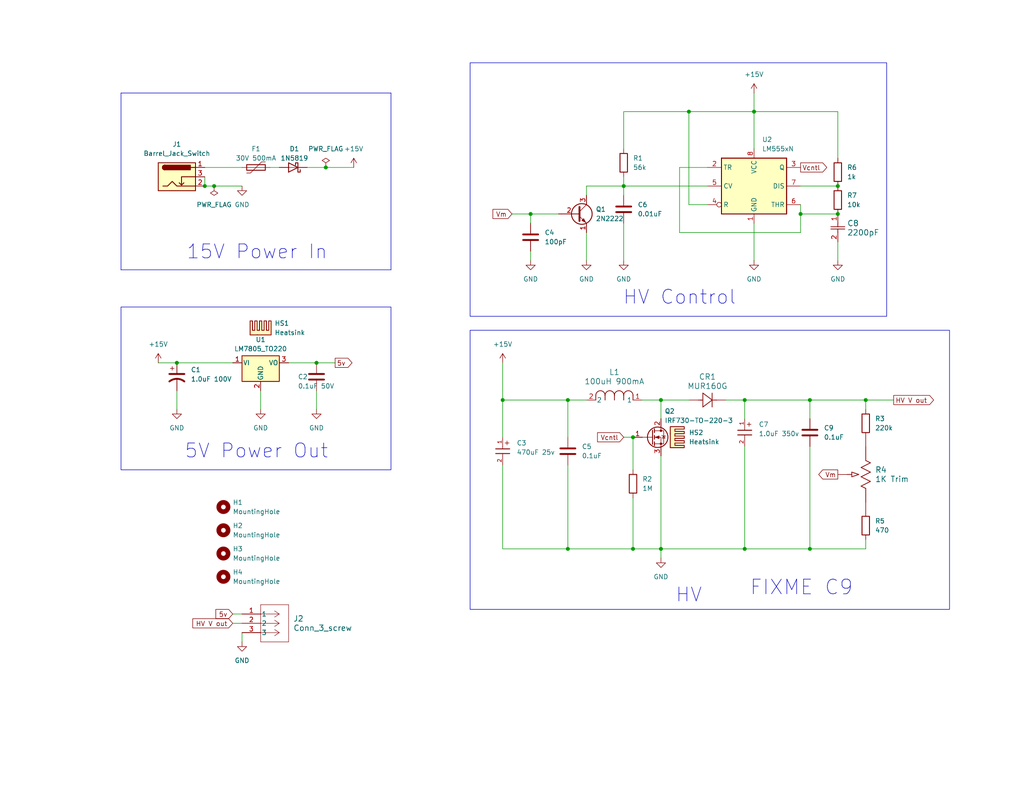
<source format=kicad_sch>
(kicad_sch (version 20231120) (generator "eeschema") (generator_version "8.0")
  (paper "USLetter")
  (title_block (title "HV-PS-2, 15 to 180v, Using a 555 ") (date "2024-12-23") (rev "1.1") (company "James Gallagher") (comment 1 "71% efficency at 180v into 13.5k (13.3mA)") (comment 2 "Replaced LM317 with LM7805, Added connector, plug"))
  (lib_symbols
    (symbol "Connector:Barrel_Jack_Switch" (pin_names hide)
      (property "Reference" "J" (at 0 5.334 0))
      (property "Value" "Barrel_Jack_Switch" (at 0 -5.08 0))
      (symbol "Barrel_Jack_Switch_0_1"
        (rectangle (start -5.08 3.81) (end 5.08 -3.81) (stroke (width 0.254)) (fill (type background)))
        (arc (start -3.302 3.175) (mid -3.9343 2.54) (end -3.302 1.905) (stroke (width 0.254)))
        (arc (start -3.302 3.175) (mid -3.9343 2.54) (end -3.302 1.905) (stroke (width 0.254)) (fill (type outline)))
        (polyline (pts (xy 1.27 -2.286) (xy 1.905 -1.651)) (stroke (width 0.254)))
        (polyline (pts (xy 5.08 2.54) (xy 3.81 2.54)) (stroke (width 0.254)))
        (polyline (pts (xy 5.08 0) (xy 1.27 0) (xy 1.27 -2.286) (xy 0.635 -1.651)) (stroke (width 0.254)))
        (polyline (pts (xy -3.81 -2.54) (xy -2.54 -2.54) (xy -1.27 -1.27) (xy 0 -2.54) (xy 2.54 -2.54) (xy 5.08 -2.54)) (stroke (width 0.254)))
        (rectangle (start 3.683 3.175) (end -3.302 1.905) (stroke (width 0.254)) (fill (type outline)))
      )
      (symbol "Barrel_Jack_Switch_1_1"
        (pin passive line (at 7.62 2.54 180) (length 2.54) (name "~") (number "1"))
        (pin passive line (at 7.62 -2.54 180) (length 2.54) (name "~") (number "2"))
        (pin passive line (at 7.62 0 180) (length 2.54) (name "~") (number "3"))
      )
    )
    (symbol "Device:C" (pin_numbers hide) (pin_names (offset 0.254))
      (property "Reference" "C" (at 0.635 2.54 0))
      (property "Value" "C" (at 0.635 -2.54 0))
      (symbol "C_0_1"
        (polyline (pts (xy -2.032 -0.762) (xy 2.032 -0.762)) (stroke (width 0.508)))
        (polyline (pts (xy -2.032 0.762) (xy 2.032 0.762)) (stroke (width 0.508)))
      )
      (symbol "C_1_1"
        (pin passive line (at 0 3.81 270) (length 2.794) (name "~") (number "1"))
        (pin passive line (at 0 -3.81 90) (length 2.794) (name "~") (number "2"))
      )
    )
    (symbol "Device:C_Polarized_US" (pin_numbers hide) (pin_names (offset 0.254) hide)
      (property "Reference" "C" (at 0.635 2.54 0))
      (property "Value" "C_Polarized_US" (at 0.635 -2.54 0))
      (symbol "C_Polarized_US_0_1"
        (polyline (pts (xy -2.032 0.762) (xy 2.032 0.762)) (stroke (width 0.508)))
        (polyline (pts (xy -1.778 2.286) (xy -0.762 2.286)))
        (polyline (pts (xy -1.27 1.778) (xy -1.27 2.794)))
        (arc (start 2.032 -1.27) (mid 0 -0.5572) (end -2.032 -1.27) (stroke (width 0.508)))
      )
      (symbol "C_Polarized_US_1_1"
        (pin passive line (at 0 3.81 270) (length 2.794) (name "~") (number "1"))
        (pin passive line (at 0 -3.81 90) (length 3.302) (name "~") (number "2"))
      )
    )
    (symbol "Device:Polyfuse" (pin_numbers hide) (pin_names (offset 0))
      (property "Reference" "F" (at -2.54 0 90))
      (property "Value" "Polyfuse" (at 2.54 0 90))
      (symbol "Polyfuse_0_1"
        (rectangle (start -0.762 2.54) (end 0.762 -2.54) (stroke (width 0.254)))
        (polyline (pts (xy 0 2.54) (xy 0 -2.54)))
        (polyline (pts (xy -1.524 2.54) (xy -1.524 1.524) (xy 1.524 -1.524) (xy 1.524 -2.54)))
      )
      (symbol "Polyfuse_1_1"
        (pin passive line (at 0 3.81 270) (length 1.27) (name "~") (number "1"))
        (pin passive line (at 0 -3.81 90) (length 1.27) (name "~") (number "2"))
      )
    )
    (symbol "Diode:1N5819" (pin_numbers hide) (pin_names (offset 1.016) hide)
      (property "Reference" "D" (at 0 2.54 0))
      (property "Value" "1N5819" (at 0 -2.54 0))
      (symbol "1N5819_0_1"
        (polyline (pts (xy 1.27 0) (xy -1.27 0)))
        (polyline (pts (xy 1.27 1.27) (xy 1.27 -1.27) (xy -1.27 0) (xy 1.27 1.27)) (stroke (width 0.254)))
        (polyline (pts (xy -1.905 0.635) (xy -1.905 1.27) (xy -1.27 1.27) (xy -1.27 -1.27) (xy -0.635 -1.27) (xy -0.635 -0.635)) (stroke (width 0.254)))
      )
      (symbol "1N5819_1_1"
        (pin passive line (at -3.81 0 0) (length 2.54) (name "K") (number "1"))
        (pin passive line (at 3.81 0 180) (length 2.54) (name "A") (number "2"))
      )
    )
    (symbol "HV-PS:+15V" (power) (pin_names (offset 0))
      (property "Value" "+15V" (at 0 3.556 0))
      (symbol "+15V_0_1"
        (polyline (pts (xy -0.762 1.27) (xy 0 2.54)))
        (polyline (pts (xy 0 0) (xy 0 2.54)))
        (polyline (pts (xy 0 2.54) (xy 0.762 1.27)))
      )
      (symbol "+15V_1_1"
        (pin power_in line (at 0 0 90) (length 0) hide (name "+15V") (number "1"))
      )
    )
    (symbol "HV-PS:1.0uF-350v-WCAP-ATET_8X11.5" (pin_names (offset 1.016))
      (property "Reference" "C" (at 1.175 3.38 0))
      (property "Value" "1.0uF-350v-WCAP-ATET_8X11.5" (at 0.915 -5.075 0))
      (symbol "1.0uF-350v-WCAP-ATET_8X11.5_0_0"
        (polyline (pts (xy 0 0) (xy 0.6426 0)) (stroke (width 0.1524)))
        (polyline (pts (xy 0.635 -1.905) (xy 0.635 1.905)) (stroke (width 0.254)))
        (polyline (pts (xy 1.905 1.905) (xy 1.905 -1.905)) (stroke (width 0.254)))
        (polyline (pts (xy 1.9279 0) (xy 2.5705 0)) (stroke (width 0.1524)))
        (text "+" (at 2.54 -1.905 0) (effects (font (size 1.4224 1.4224)) (justify left bottom)))
        (pin passive line (at 5.08 0 180) (length 2.54) (name "~") (number "1"))
        (pin passive line (at -2.54 0 0) (length 2.54) (name "~") (number "2"))
      )
    )
    (symbol "HV-PS:100uH-900mA-744772101" (pin_names (offset 0.254))
      (property "Reference" "L" (at 6.985 5.08 0))
      (property "Value" "100uH-900mA-744772101" (at 6.985 -2.54 0))
      (symbol "100uH-900mA-744772101_1_1"
        (polyline (pts (xy 2.54 0) (xy 2.54 1.27)) (stroke (width 0.2032)))
        (polyline (pts (xy 5.08 0) (xy 5.08 1.27)) (stroke (width 0.2032)))
        (polyline (pts (xy 7.62 0) (xy 7.62 1.27)) (stroke (width 0.2032)))
        (polyline (pts (xy 10.16 0) (xy 10.16 1.27)) (stroke (width 0.2032)))
        (polyline (pts (xy 12.7 0) (xy 12.7 1.27)) (stroke (width 0.2032)))
        (arc (start 5.08 1.27) (mid 3.81 2.5344) (end 2.54 1.27) (stroke (width 0.2032)))
        (arc (start 7.62 1.27) (mid 6.35 2.5344) (end 5.08 1.27) (stroke (width 0.2032)))
        (arc (start 10.16 1.27) (mid 8.89 2.5344) (end 7.62 1.27) (stroke (width 0.2032)))
        (arc (start 12.7 1.27) (mid 11.43 2.5344) (end 10.16 1.27) (stroke (width 0.2032)))
        (pin passive line (at 15.24 0 180) (length 2.54) (name "1") (number "1"))
        (pin passive line (at 0 0 0) (length 2.54) (name "2") (number "2"))
      )
      (symbol "100uH-900mA-744772101_1_2"
        (arc (start -1.27 5.08) (mid -2.5344 3.81) (end -1.27 2.54) (stroke (width 0.2032)))
        (arc (start -1.27 7.62) (mid -2.5344 6.35) (end -1.27 5.08) (stroke (width 0.2032)))
        (arc (start -1.27 10.16) (mid -2.5344 8.89) (end -1.27 7.62) (stroke (width 0.2032)))
        (arc (start -1.27 12.7) (mid -2.5344 11.43) (end -1.27 10.16) (stroke (width 0.2032)))
        (polyline (pts (xy 0 2.54) (xy -1.27 2.54)) (stroke (width 0.2032)))
        (polyline (pts (xy 0 5.08) (xy -1.27 5.08)) (stroke (width 0.2032)))
        (polyline (pts (xy 0 7.62) (xy -1.27 7.62)) (stroke (width 0.2032)))
        (polyline (pts (xy 0 10.16) (xy -1.27 10.16)) (stroke (width 0.2032)))
        (polyline (pts (xy 0 12.7) (xy -1.27 12.7)) (stroke (width 0.2032)))
        (pin unspecified line (at 0 15.24 270) (length 2.54) (name "1") (number "1"))
        (pin unspecified line (at 0 0 90) (length 2.54) (name "2") (number "2"))
      )
    )
    (symbol "HV-PS:Bournes_10K_Trimmer_PV36W103C01B00" (pin_numbers hide) (pin_names (offset -1.651) hide)
      (property "Reference" "R" (at 10.795 -3.175 0))
      (property "Value" "Bournes_10K_Trimmer_PV36W103C01B00" (at 10.795 -9.525 0))
      (symbol "Bournes_10K_Trimmer_PV36W103C01B00_1_1"
        (polyline (pts (xy 2.54 0) (xy 6.35 0)) (stroke (width 0.2032)))
        (polyline (pts (xy 6.35 0) (xy 6.985 1.27)) (stroke (width 0.2032)))
        (polyline (pts (xy 6.985 1.27) (xy 8.255 -1.27)) (stroke (width 0.2032)))
        (polyline (pts (xy 8.255 -1.27) (xy 9.525 1.27)) (stroke (width 0.2032)))
        (polyline (pts (xy 9.525 1.27) (xy 10.795 -1.27)) (stroke (width 0.2032)))
        (polyline (pts (xy 9.525 3.81) (xy 10.16 1.905)) (stroke (width 0.2032)))
        (polyline (pts (xy 9.525 3.81) (xy 10.795 3.81)) (stroke (width 0.2032)))
        (polyline (pts (xy 10.16 3.81) (xy 10.16 5.08)) (stroke (width 0.2032)))
        (polyline (pts (xy 10.795 -1.27) (xy 12.065 1.27)) (stroke (width 0.2032)))
        (polyline (pts (xy 10.795 3.81) (xy 10.16 1.905)) (stroke (width 0.2032)))
        (polyline (pts (xy 12.065 1.27) (xy 13.335 -1.27)) (stroke (width 0.2032)))
        (polyline (pts (xy 13.335 -1.27) (xy 13.97 0)) (stroke (width 0.2032)))
        (polyline (pts (xy 13.97 0) (xy 17.78 0)) (stroke (width 0.2032)))
        (pin passive line (at 0 0 0) (length 2.54) (name "1") (number "1"))
        (pin passive line (at 10.16 7.62 270) (length 2.54) (name "2") (number "2"))
        (pin passive line (at 20.32 0 180) (length 2.54) (name "3") (number "3"))
      )
    )
    (symbol "HV-PS:C" (pin_numbers hide) (pin_names (offset 0.254))
      (property "Reference" "C" (at 0.635 2.54 0))
      (property "Value" "C" (at 0.635 -2.54 0))
      (symbol "C_0_1"
        (polyline (pts (xy -2.032 -0.762) (xy 2.032 -0.762)) (stroke (width 0.508)))
        (polyline (pts (xy -2.032 0.762) (xy 2.032 0.762)) (stroke (width 0.508)))
      )
      (symbol "C_1_1"
        (pin passive line (at 0 3.81 270) (length 2.794) (name "~") (number "1"))
        (pin passive line (at 0 -3.81 90) (length 2.794) (name "~") (number "2"))
      )
    )
    (symbol "HV-PS:Conn_3_screw_OSTVN03A150" (pin_names (offset 0.254))
      (property "Reference" "J" (at 7.62 3.81 0))
      (property "Value" "Conn_3_screw_OSTVN03A150" (at 3.81 -8.89 0))
      (symbol "Conn_3_screw_OSTVN03A150_1_1"
        (polyline (pts (xy 5.08 -7.62) (xy 12.7 -7.62)) (stroke (width 0.127)))
        (polyline (pts (xy 5.08 2.54) (xy 5.08 -7.62)) (stroke (width 0.127)))
        (polyline (pts (xy 10.16 -5.08) (xy 5.08 -5.08)) (stroke (width 0.127)))
        (polyline (pts (xy 10.16 -5.08) (xy 8.89 -5.9267)) (stroke (width 0.127)))
        (polyline (pts (xy 10.16 -5.08) (xy 8.89 -4.2333)) (stroke (width 0.127)))
        (polyline (pts (xy 10.16 -2.54) (xy 5.08 -2.54)) (stroke (width 0.127)))
        (polyline (pts (xy 10.16 -2.54) (xy 8.89 -3.3867)) (stroke (width 0.127)))
        (polyline (pts (xy 10.16 -2.54) (xy 8.89 -1.6933)) (stroke (width 0.127)))
        (polyline (pts (xy 10.16 0) (xy 5.08 0)) (stroke (width 0.127)))
        (polyline (pts (xy 10.16 0) (xy 8.89 -0.8467)) (stroke (width 0.127)))
        (polyline (pts (xy 10.16 0) (xy 8.89 0.8467)) (stroke (width 0.127)))
        (polyline (pts (xy 12.7 -7.62) (xy 12.7 2.54)) (stroke (width 0.127)))
        (polyline (pts (xy 12.7 2.54) (xy 5.08 2.54)) (stroke (width 0.127)))
        (pin passive line (at 0 0 0) (length 5.08) (name "1") (number "1"))
        (pin passive line (at 0 -2.54 0) (length 5.08) (name "2") (number "2"))
        (pin passive line (at 0 -5.08 0) (length 5.08) (name "3") (number "3"))
      )
      (symbol "Conn_3_screw_OSTVN03A150_1_2"
        (polyline (pts (xy 5.08 -7.62) (xy 12.7 -7.62)) (stroke (width 0.127)))
        (polyline (pts (xy 5.08 2.54) (xy 5.08 -7.62)) (stroke (width 0.127)))
        (polyline (pts (xy 7.62 -5.08) (xy 5.08 -5.08)) (stroke (width 0.127)))
        (polyline (pts (xy 7.62 -5.08) (xy 8.89 -5.9267)) (stroke (width 0.127)))
        (polyline (pts (xy 7.62 -5.08) (xy 8.89 -4.2333)) (stroke (width 0.127)))
        (polyline (pts (xy 7.62 -2.54) (xy 5.08 -2.54)) (stroke (width 0.127)))
        (polyline (pts (xy 7.62 -2.54) (xy 8.89 -3.3867)) (stroke (width 0.127)))
        (polyline (pts (xy 7.62 -2.54) (xy 8.89 -1.6933)) (stroke (width 0.127)))
        (polyline (pts (xy 7.62 0) (xy 5.08 0)) (stroke (width 0.127)))
        (polyline (pts (xy 7.62 0) (xy 8.89 -0.8467)) (stroke (width 0.127)))
        (polyline (pts (xy 7.62 0) (xy 8.89 0.8467)) (stroke (width 0.127)))
        (polyline (pts (xy 12.7 -7.62) (xy 12.7 2.54)) (stroke (width 0.127)))
        (polyline (pts (xy 12.7 2.54) (xy 5.08 2.54)) (stroke (width 0.127)))
        (pin unspecified line (at 0 0 0) (length 5.08) (name "1") (number "1"))
        (pin unspecified line (at 0 -2.54 0) (length 5.08) (name "2") (number "2"))
        (pin unspecified line (at 0 -5.08 0) (length 5.08) (name "3") (number "3"))
      )
    )
    (symbol "HV-PS:GND" (power) (pin_names (offset 0))
      (property "Value" "GND" (at 0 -3.81 0))
      (symbol "GND_0_1"
        (polyline (pts (xy 0 0) (xy 0 -1.27) (xy 1.27 -1.27) (xy 0 -2.54) (xy -1.27 -1.27) (xy 0 -1.27)))
      )
      (symbol "GND_1_1"
        (pin power_in line (at 0 0 270) (length 0) hide (name "GND") (number "1"))
      )
    )
    (symbol "HV-PS:Heatsink" (pin_names (offset 1.016))
      (property "Reference" "HS" (at 0 5.08 0))
      (property "Value" "Heatsink" (at 0 -1.27 0))
      (symbol "Heatsink_0_1"
        (polyline (pts (xy -0.3302 1.27) (xy -0.9652 1.27) (xy -0.9652 3.81) (xy -1.6002 3.81) (xy -1.6002 1.27) (xy -2.2352 1.27) (xy -2.2352 3.81) (xy -2.8702 3.81) (xy -2.8702 0) (xy -0.9652 0)) (stroke (width 0.254)) (fill (type background)))
        (polyline (pts (xy -0.3302 1.27) (xy -0.3302 3.81) (xy 0.3048 3.81) (xy 0.3048 1.27) (xy 0.9398 1.27) (xy 0.9398 3.81) (xy 1.5748 3.81) (xy 1.5748 1.27) (xy 2.2098 1.27) (xy 2.2098 3.81) (xy 2.8448 3.81) (xy 2.8448 0) (xy -0.9652 0)) (stroke (width 0.254)) (fill (type background)))
      )
    )
    (symbol "HV-PS:IRF730-TO-220-3" (pin_names hide)
      (property "Reference" "Q" (at 6.35 1.905 0))
      (property "Value" "IRF730-TO-220-3" (at 6.35 0 0))
      (symbol "IRF730-TO-220-3_0_1"
        (polyline (pts (xy 0.254 0) (xy -2.54 0)))
        (polyline (pts (xy 0.254 1.905) (xy 0.254 -1.905)) (stroke (width 0.254)))
        (polyline (pts (xy 0.762 -1.27) (xy 0.762 -2.286)) (stroke (width 0.254)))
        (polyline (pts (xy 0.762 0.508) (xy 0.762 -0.508)) (stroke (width 0.254)))
        (polyline (pts (xy 0.762 2.286) (xy 0.762 1.27)) (stroke (width 0.254)))
        (polyline (pts (xy 2.54 2.54) (xy 2.54 1.778)))
        (polyline (pts (xy 2.54 -2.54) (xy 2.54 0) (xy 0.762 0)))
        (polyline (pts (xy 0.762 -1.778) (xy 3.302 -1.778) (xy 3.302 1.778) (xy 0.762 1.778)))
        (polyline (pts (xy 1.016 0) (xy 2.032 0.381) (xy 2.032 -0.381) (xy 1.016 0)) (fill (type outline)))
        (polyline (pts (xy 2.794 0.508) (xy 2.921 0.381) (xy 3.683 0.381) (xy 3.81 0.254)))
        (polyline (pts (xy 3.302 0.381) (xy 2.921 -0.254) (xy 3.683 -0.254) (xy 3.302 0.381)))
        (circle (center 1.651 0) (radius 2.794) (stroke (width 0.254)))
        (circle (center 2.54 -1.778) (radius 0.254) (fill (type outline)))
        (circle (center 2.54 1.778) (radius 0.254) (fill (type outline)))
      )
      (symbol "IRF730-TO-220-3_1_1"
        (pin input line (at -5.08 0 0) (length 2.54) (name "G") (number "1"))
        (pin passive line (at 2.54 5.08 270) (length 2.54) (name "D") (number "2"))
        (pin passive line (at 2.54 -5.08 90) (length 2.54) (name "S") (number "3"))
      )
    )
    (symbol "HV-PS:MUR160G" (pin_numbers hide) (pin_names (offset -1.651) hide)
      (property "Reference" "CR" (at 5.08 4.445 0))
      (property "Value" "MUR160G" (at 5.08 -7.62 0))
      (symbol "MUR160G_1_1"
        (polyline (pts (xy 2.54 0) (xy 3.4798 0)) (stroke (width 0.2032)))
        (polyline (pts (xy 3.175 0) (xy 3.81 0)) (stroke (width 0.2032)))
        (polyline (pts (xy 3.81 -1.905) (xy 6.35 0)) (stroke (width 0.2032)))
        (polyline (pts (xy 3.81 1.905) (xy 3.81 -1.905)) (stroke (width 0.2032)))
        (polyline (pts (xy 6.35 -1.905) (xy 6.35 1.905)) (stroke (width 0.2032)))
        (polyline (pts (xy 6.35 0) (xy 3.81 1.905)) (stroke (width 0.2032)))
        (polyline (pts (xy 6.35 0) (xy 7.62 0)) (stroke (width 0.2032)))
        (pin passive line (at 10.16 0 180) (length 2.54) (name "1") (number "1"))
        (pin passive line (at 0 0 0) (length 2.54) (name "2") (number "2"))
      )
    )
    (symbol "HV-PS:MountingHole" (pin_names (offset 1.016))
      (property "Reference" "H" (at 0 5.08 0))
      (property "Value" "MountingHole" (at 0 3.175 0))
      (symbol "MountingHole_0_1"
        (circle (center 0 0) (radius 1.27) (stroke (width 1.27)))
      )
    )
    (symbol "HV-PS:R" (pin_numbers hide) (pin_names (offset 0))
      (property "Reference" "R" (at 2.032 0 90))
      (property "Value" "R" (at 0 0 90))
      (symbol "R_0_1"
        (rectangle (start -1.016 -2.54) (end 1.016 2.54) (stroke (width 0.254)))
      )
      (symbol "R_1_1"
        (pin passive line (at 0 3.81 270) (length 1.27) (name "~") (number "1"))
        (pin passive line (at 0 -3.81 90) (length 1.27) (name "~") (number "2"))
      )
    )
    (symbol "HV-PS:S222M29Z5UN6UJ5R" (pin_names (offset 0.254))
      (property "Reference" "C" (at 3.81 3.81 0))
      (property "Value" "S222M29Z5UN6UJ5R" (at 3.81 -3.81 0))
      (symbol "S222M29Z5UN6UJ5R_1_1"
        (polyline (pts (xy 2.54 0) (xy 3.4798 0)) (stroke (width 0.2032)))
        (polyline (pts (xy 3.4798 -1.905) (xy 3.4798 1.905)) (stroke (width 0.2032)))
        (polyline (pts (xy 4.1148 -1.905) (xy 4.1148 1.905)) (stroke (width 0.2032)))
        (polyline (pts (xy 4.1148 0) (xy 5.08 0)) (stroke (width 0.2032)))
        (pin passive line (at 0 0 0) (length 2.54) (name "") (number "1"))
        (pin passive line (at 7.62 0 180) (length 2.54) (name "") (number "2"))
      )
      (symbol "S222M29Z5UN6UJ5R_1_2"
        (polyline (pts (xy -1.905 -4.1148) (xy 1.905 -4.1148)) (stroke (width 0.2032)))
        (polyline (pts (xy -1.905 -3.4798) (xy 1.905 -3.4798)) (stroke (width 0.2032)))
        (polyline (pts (xy 0 -4.1148) (xy 0 -5.08)) (stroke (width 0.2032)))
        (polyline (pts (xy 0 -2.54) (xy 0 -3.4798)) (stroke (width 0.2032)))
        (pin unspecified line (at 0 0 270) (length 2.54) (name "") (number "1"))
        (pin unspecified line (at 0 -7.62 90) (length 2.54) (name "") (number "2"))
      )
    )
    (symbol "HV-PS:WCAP-ATUL_10X16" (pin_names (offset 1.016))
      (property "Reference" "C" (at 1.175 3.38 0))
      (property "Value" "WCAP-ATUL_10X16" (at 0.915 -5.075 0))
      (symbol "WCAP-ATUL_10X16_0_0"
        (polyline (pts (xy 0 0) (xy 0.6426 0)) (stroke (width 0.1524)))
        (polyline (pts (xy 0.635 -1.905) (xy 0.635 1.905)) (stroke (width 0.254)))
        (polyline (pts (xy 1.905 1.905) (xy 1.905 -1.905)) (stroke (width 0.254)))
        (polyline (pts (xy 1.9279 0) (xy 2.5705 0)) (stroke (width 0.1524)))
        (text "+" (at 2.54 -1.905 0) (effects (font (size 1.4224 1.4224)) (justify left bottom)))
        (pin passive line (at 5.08 0 180) (length 2.54) (name "~") (number "1"))
        (pin passive line (at -2.54 0 0) (length 2.54) (name "~") (number "2"))
      )
    )
    (symbol "Regulator_Linear:LM7805_TO220" (pin_names (offset 0.254))
      (property "Reference" "U" (at -3.81 3.175 0))
      (property "Value" "LM7805_TO220" (at 0 3.175 0))
      (symbol "LM7805_TO220_0_1"
        (rectangle (start -5.08 1.905) (end 5.08 -5.08) (stroke (width 0.254)) (fill (type background)))
      )
      (symbol "LM7805_TO220_1_1"
        (pin power_in line (at -7.62 0 0) (length 2.54) (name "VI") (number "1"))
        (pin power_in line (at 0 -7.62 90) (length 2.54) (name "GND") (number "2"))
        (pin power_out line (at 7.62 0 180) (length 2.54) (name "VO") (number "3"))
      )
    )
    (symbol "Timer:LM555xN"
      (property "Reference" "U" (at -10.16 8.89 0))
      (property "Value" "LM555xN" (at 2.54 8.89 0))
      (symbol "LM555xN_0_0"
        (pin power_in line (at 0 -10.16 90) (length 2.54) (name "GND") (number "1"))
        (pin power_in line (at 0 10.16 270) (length 2.54) (name "VCC") (number "8"))
      )
      (symbol "LM555xN_0_1"
        (rectangle (start -8.89 -7.62) (end 8.89 7.62) (stroke (width 0.254)) (fill (type background)))
        (rectangle (start -8.89 -7.62) (end 8.89 7.62) (stroke (width 0.254)) (fill (type background)))
      )
      (symbol "LM555xN_1_1"
        (pin input line (at -12.7 5.08 0) (length 3.81) (name "TR") (number "2"))
        (pin output line (at 12.7 5.08 180) (length 3.81) (name "Q") (number "3"))
        (pin input inverted (at -12.7 -5.08 0) (length 3.81) (name "R") (number "4"))
        (pin input line (at -12.7 0 0) (length 3.81) (name "CV") (number "5"))
        (pin input line (at 12.7 -5.08 180) (length 3.81) (name "THR") (number "6"))
        (pin input line (at 12.7 0 180) (length 3.81) (name "DIS") (number "7"))
      )
    )
    (symbol "Transistor_BJT:2N3904" (pin_names (offset 0) hide)
      (property "Reference" "Q" (at 5.08 1.905 0))
      (property "Value" "2N3904" (at 5.08 0 0))
      (symbol "2N3904_0_1"
        (polyline (pts (xy 0.635 0.635) (xy 2.54 2.54)))
        (polyline (pts (xy 0.635 -0.635) (xy 2.54 -2.54) (xy 2.54 -2.54)))
        (polyline (pts (xy 0.635 1.905) (xy 0.635 -1.905) (xy 0.635 -1.905)) (stroke (width 0.508)))
        (polyline (pts (xy 1.27 -1.778) (xy 1.778 -1.27) (xy 2.286 -2.286) (xy 1.27 -1.778) (xy 1.27 -1.778)) (fill (type outline)))
        (circle (center 1.27 0) (radius 2.8194) (stroke (width 0.254)))
      )
      (symbol "2N3904_1_1"
        (pin passive line (at 2.54 -5.08 90) (length 2.54) (name "E") (number "1"))
        (pin passive line (at -5.08 0 0) (length 5.715) (name "B") (number "2"))
        (pin passive line (at 2.54 5.08 270) (length 2.54) (name "C") (number "3"))
      )
    )
    (symbol "power:PWR_FLAG" (power) (pin_numbers hide) (pin_names (offset 0) hide)
      (property "Value" "PWR_FLAG" (at 0 3.81 0))
      (symbol "PWR_FLAG_0_0"
        (pin power_out line (at 0 0 90) (length 0) (name "~") (number "1"))
      )
      (symbol "PWR_FLAG_0_1"
        (polyline (pts (xy 0 0) (xy 0 1.27) (xy -1.016 1.905) (xy 0 2.54) (xy 1.016 1.905) (xy 0 1.27)))
      )
    )
  )
  (junction (at 172.72 119.38))
  (junction (at 55.88 50.8))
  (junction (at 170.18 50.8))
  (junction (at 228.6 50.8))
  (junction (at 180.34 109.22))
  (junction (at 48.26 99.06))
  (junction (at 154.94 109.22))
  (junction (at 203.2 149.86))
  (junction (at 144.78 58.42))
  (junction (at 187.96 30.48))
  (junction (at 220.98 109.22))
  (junction (at 205.74 30.48))
  (junction (at 58.42 50.8))
  (junction (at 236.22 109.22))
  (junction (at 88.9 45.72))
  (junction (at 218.44 58.42))
  (junction (at 203.2 109.22))
  (junction (at 228.6 58.42))
  (junction (at 180.34 149.86))
  (junction (at 154.94 149.86))
  (junction (at 220.98 149.86))
  (junction (at 137.16 109.22))
  (junction (at 86.36 99.06))
  (junction (at 172.72 149.86))
  (wire (pts (xy 203.2 109.22) (xy 220.98 109.22)))
  (wire (pts (xy 144.78 58.42) (xy 152.4 58.42)))
  (wire (pts (xy 175.26 109.22) (xy 180.34 109.22)))
  (wire (pts (xy 236.22 109.22) (xy 236.22 111.76)))
  (wire (pts (xy 63.5 167.64) (xy 66.04 167.64)))
  (wire (pts (xy 218.44 55.88) (xy 218.44 58.42)))
  (wire (pts (xy 172.72 135.89) (xy 172.72 149.86)))
  (wire (pts (xy 218.44 58.42) (xy 218.44 63.5)))
  (polyline (pts (xy 106.68 73.66) (xy 33.02 73.66)))
  (polyline (pts (xy 33.02 25.4) (xy 33.02 73.66)))
  (wire (pts (xy 144.78 60.96) (xy 144.78 58.42)))
  (wire (pts (xy 170.18 30.48) (xy 187.96 30.48)))
  (wire (pts (xy 88.9 45.72) (xy 96.52 45.72)))
  (wire (pts (xy 203.2 121.92) (xy 203.2 149.86)))
  (wire (pts (xy 55.88 45.72) (xy 66.04 45.72)))
  (wire (pts (xy 55.88 48.26) (xy 55.88 50.8)))
  (wire (pts (xy 86.36 106.68) (xy 86.36 111.76)))
  (wire (pts (xy 193.04 50.8) (xy 170.18 50.8)))
  (wire (pts (xy 205.74 40.64) (xy 205.74 30.48)))
  (wire (pts (xy 43.18 99.06) (xy 48.26 99.06)))
  (wire (pts (xy 236.22 109.22) (xy 243.84 109.22)))
  (wire (pts (xy 172.72 149.86) (xy 180.34 149.86)))
  (wire (pts (xy 137.16 127) (xy 137.16 149.86)))
  (wire (pts (xy 170.18 48.26) (xy 170.18 50.8)))
  (wire (pts (xy 228.6 30.48) (xy 228.6 43.18)))
  (wire (pts (xy 160.02 63.5) (xy 160.02 71.12)))
  (wire (pts (xy 48.26 99.06) (xy 63.5 99.06)))
  (wire (pts (xy 160.02 53.34) (xy 160.02 50.8)))
  (polyline (pts (xy 33.02 25.4) (xy 106.68 25.4)))
  (wire (pts (xy 170.18 60.96) (xy 170.18 71.12)))
  (wire (pts (xy 58.42 50.8) (xy 66.04 50.8)))
  (wire (pts (xy 66.04 172.72) (xy 66.04 175.26)))
  (wire (pts (xy 220.98 121.92) (xy 220.98 149.86)))
  (wire (pts (xy 185.42 45.72) (xy 185.42 63.5)))
  (wire (pts (xy 203.2 109.22) (xy 203.2 114.3)))
  (wire (pts (xy 236.22 147.32) (xy 236.22 149.86)))
  (wire (pts (xy 205.74 25.4) (xy 205.74 30.48)))
  (wire (pts (xy 205.74 60.96) (xy 205.74 71.12)))
  (wire (pts (xy 154.94 127) (xy 154.94 149.86)))
  (wire (pts (xy 220.98 149.86) (xy 236.22 149.86)))
  (wire (pts (xy 154.94 109.22) (xy 154.94 119.38)))
  (wire (pts (xy 180.34 149.86) (xy 180.34 152.4)))
  (wire (pts (xy 172.72 119.38) (xy 172.72 128.27)))
  (wire (pts (xy 187.96 30.48) (xy 205.74 30.48)))
  (wire (pts (xy 73.66 45.72) (xy 76.2 45.72)))
  (wire (pts (xy 218.44 50.8) (xy 228.6 50.8)))
  (wire (pts (xy 63.5 170.18) (xy 66.04 170.18)))
  (wire (pts (xy 139.7 58.42) (xy 144.78 58.42)))
  (wire (pts (xy 193.04 45.72) (xy 185.42 45.72)))
  (wire (pts (xy 180.34 109.22) (xy 180.34 114.3)))
  (wire (pts (xy 180.34 124.46) (xy 180.34 149.86)))
  (wire (pts (xy 228.6 66.04) (xy 228.6 71.12)))
  (wire (pts (xy 220.98 109.22) (xy 236.22 109.22)))
  (polyline (pts (xy 106.68 25.4) (xy 106.68 73.66)))
  (wire (pts (xy 137.16 99.06) (xy 137.16 109.22)))
  (wire (pts (xy 48.26 106.68) (xy 48.26 111.76)))
  (wire (pts (xy 198.12 109.22) (xy 203.2 109.22)))
  (wire (pts (xy 203.2 149.86) (xy 220.98 149.86)))
  (wire (pts (xy 170.18 119.38) (xy 172.72 119.38)))
  (wire (pts (xy 86.36 99.06) (xy 91.44 99.06)))
  (wire (pts (xy 144.78 68.58) (xy 144.78 71.12)))
  (wire (pts (xy 55.88 50.8) (xy 58.42 50.8)))
  (wire (pts (xy 193.04 55.88) (xy 187.96 55.88)))
  (wire (pts (xy 218.44 58.42) (xy 228.6 58.42)))
  (wire (pts (xy 154.94 149.86) (xy 137.16 149.86)))
  (wire (pts (xy 137.16 109.22) (xy 137.16 119.38)))
  (wire (pts (xy 180.34 149.86) (xy 203.2 149.86)))
  (wire (pts (xy 78.74 99.06) (xy 86.36 99.06)))
  (wire (pts (xy 180.34 109.22) (xy 187.96 109.22)))
  (wire (pts (xy 83.82 45.72) (xy 88.9 45.72)))
  (wire (pts (xy 154.94 149.86) (xy 172.72 149.86)))
  (wire (pts (xy 160.02 50.8) (xy 170.18 50.8)))
  (wire (pts (xy 170.18 40.64) (xy 170.18 30.48)))
  (wire (pts (xy 160.02 109.22) (xy 154.94 109.22)))
  (wire (pts (xy 170.18 50.8) (xy 170.18 53.34)))
  (wire (pts (xy 187.96 55.88) (xy 187.96 30.48)))
  (wire (pts (xy 185.42 63.5) (xy 218.44 63.5)))
  (wire (pts (xy 137.16 109.22) (xy 154.94 109.22)))
  (wire (pts (xy 71.12 106.68) (xy 71.12 111.76)))
  (wire (pts (xy 205.74 30.48) (xy 228.6 30.48)))
  (wire (pts (xy 220.98 109.22) (xy 220.98 114.3)))
  (rectangle (start 128.27 90.17) (end 259.08 166.37))
  (rectangle (start 33.02 83.82) (end 106.68 128.27))
  (rectangle (start 128.27 17.145) (end 241.935 86.36))
  (text "FIXME C9" (at 218.694 160.528 0) (effects (font (size 4 4))))
  (text "15V Power In" (at 50.8 71.12 0) (effects (font (size 3.81 3.81)) (justify left bottom)))
  (text "HV" (at 187.96 162.56 0) (effects (font (size 3.81 3.81))))
  (text "HV Control" (at 185.42 81.28 0) (effects (font (size 3.81 3.81))))
  (text "5V Power Out" (at 50.292 125.476 0) (effects (font (size 3.81 3.81)) (justify left bottom)))
  (global_label "HV V out" (shape output) (at 243.84 109.22 0) (property "Intersheetrefs" "${INTERSHEET_REFS}" (effects (hide yes))))
  (global_label "Vm" (shape input) (at 139.7 58.42 180) (property "Intersheetrefs" "${INTERSHEET_REFS}" (effects (hide yes))))
  (global_label "5v" (shape output) (at 91.44 99.06 0) (property "Intersheetrefs" "${INTERSHEET_REFS}" (effects (hide yes))))
  (global_label "Vm" (shape output) (at 228.6 129.54 180) (property "Intersheetrefs" "${INTERSHEET_REFS}" (effects (hide yes))))
  (global_label "5v" (shape input) (at 63.5 167.64 180) (property "Intersheetrefs" "${INTERSHEET_REFS}" (effects (hide yes))))
  (global_label "Vcntl" (shape output) (at 218.44 45.72 0) (property "Intersheetrefs" "${INTERSHEET_REFS}" (effects (hide yes))))
  (global_label "Vcntl" (shape input) (at 170.18 119.38 180) (property "Intersheetrefs" "${INTERSHEET_REFS}" (effects (hide yes))))
  (global_label "HV V out" (shape input) (at 63.5 170.18 180) (property "Intersheetrefs" "${INTERSHEET_REFS}" (effects (hide yes))))
  (symbol (lib_id "HV-PS:GND") (at 170.18 71.12 0) (unit 1)
    (property "Reference" "#PWR011" (effects (hide yes)))
    (property "Value" "GND" (at 170.18 76.2 0))
    (property "Description" "Power symbol creates a global label with name \"GND\" , ground" (effects (hide yes)))
  )
  (symbol (lib_id "HV-PS:R") (at 228.6 54.61 0) (unit 1)
    (property "Reference" "R7" (at 231.14 53.3399 0) (effects (justify left)))
    (property "Value" "10k" (at 231.14 55.8799 0) (effects (justify left)))
    (property "Footprint" "Resistor_THT:R_Axial_DIN0207_L6.3mm_D2.5mm_P10.16mm_Horizontal" (effects (hide yes)))
    (property "Description" "Resistor" (effects (hide yes)))
  )
  (symbol (lib_id "HV-PS:MUR160G") (at 187.96 109.22 0) (unit 1)
    (property "Reference" "CR1" (at 193.04 102.87 0) (effects (font (size 1.524 1.524))))
    (property "Value" "MUR160G" (at 193.04 105.41 0) (effects (font (size 1.524 1.524))))
    (property "Footprint" "S222M-2n2F-cer-disk:MUR160G" (effects (hide yes)))
  )
  (symbol (lib_id "Device:C_Polarized_US") (at 48.26 102.87 0) (unit 1)
    (property "Reference" "C1" (at 52.07 100.9649 0) (effects (justify left)))
    (property "Value" "1.0uF 100V" (at 52.07 103.5049 0) (effects (justify left)))
    (property "Footprint" "S222M-2n2F-cer-disk:1.0uF_160V_CAPPRD200W50D525H1250" (effects (hide yes)))
  )
  (symbol (lib_id "HV-PS:GND") (at 71.12 111.76 0) (unit 1)
    (property "Reference" "#PWR05" (effects (hide yes)))
    (property "Value" "GND" (at 71.12 116.84 0))
    (property "Description" "Power symbol creates a global label with name \"GND\" , ground" (effects (hide yes)))
  )
  (symbol (lib_id "HV-PS:GND") (at 180.34 152.4 0) (unit 1)
    (property "Reference" "#PWR012" (effects (hide yes)))
    (property "Value" "GND" (at 180.34 157.48 0))
    (property "Description" "Power symbol creates a global label with name \"GND\" , ground" (effects (hide yes)))
  )
  (symbol (lib_id "HV-PS:Heatsink") (at 71.12 91.44 0) (unit 1)
    (property "Reference" "HS1" (at 74.93 88.2649 0) (effects (justify left)))
    (property "Value" "Heatsink" (at 74.93 90.8049 0) (effects (justify left)))
    (property "Footprint" "S222M-2n2F-cer-disk:AVVID-577202B-00000G" (effects (hide yes)))
    (property "Description" "Heatsink" (effects (hide yes)))
  )
  (symbol (lib_id "power:PWR_FLAG") (at 58.42 50.8 180) (unit 1)
    (property "Reference" "#FLG01" (effects (hide yes)))
    (property "Value" "PWR_FLAG" (at 58.42 55.88 0))
    (property "Description" "Special symbol for telling ERC where power comes from" (effects (hide yes)))
  )
  (symbol (lib_id "HV-PS:Conn_3_screw_OSTVN03A150") (at 66.04 167.64 0) (unit 1)
    (property "Reference" "J2" (at 80.01 168.9099 0) (effects (font (size 1.524 1.524)) (justify left)))
    (property "Value" "Conn_3_screw" (at 80.01 171.4499 0) (effects (font (size 1.524 1.524)) (justify left)))
    (property "Footprint" "CONN3_OSTVN03A150_OST" (effects (hide yes)))
    (property "Datasheet" "OSTVN03A150" (effects (hide yes)))
    (property "Description" "Conn_3_screw_OSTVN03A150" (effects (hide yes)))
  )
  (symbol (lib_id "HV-PS:GND") (at 48.26 111.76 0) (unit 1)
    (property "Reference" "#PWR02" (effects (hide yes)))
    (property "Value" "GND" (at 48.26 116.84 0))
    (property "Description" "Power symbol creates a global label with name \"GND\" , ground" (effects (hide yes)))
  )
  (symbol (lib_id "HV-PS:GND") (at 205.74 71.12 0) (unit 1)
    (property "Reference" "#PWR014" (effects (hide yes)))
    (property "Value" "GND" (at 205.74 76.2 0))
    (property "Description" "Power symbol creates a global label with name \"GND\" , ground" (effects (hide yes)))
  )
  (symbol (lib_id "HV-PS:MountingHole") (at 60.96 138.43 0) (unit 1)
    (property "Reference" "H1" (at 63.5 137.1599 0) (effects (justify left)))
    (property "Value" "MountingHole" (at 63.5 139.6999 0) (effects (justify left)))
    (property "Footprint" "MountingHole:MountingHole_3mm" (effects (hide yes)))
    (property "Description" "Mounting Hole without connection" (effects (hide yes)))
  )
  (symbol (lib_id "HV-PS:C") (at 154.94 123.19 0) (unit 1)
    (property "Reference" "C5" (at 158.75 121.9199 0) (effects (justify left)))
    (property "Value" "0.1uF" (at 158.75 124.4599 0) (effects (justify left)))
    (property "Footprint" "Capacitor_THT:C_Disc_D5.0mm_W2.5mm_P5.00mm" (effects (hide yes)))
    (property "Description" "Unpolarized capacitor" (effects (hide yes)))
  )
  (symbol (lib_id "HV-PS:S222M29Z5UN6UJ5R") (at 228.6 58.42 270) (unit 1)
    (property "Reference" "C8" (at 231.14 60.96 90) (effects (font (size 1.524 1.524)) (justify left)))
    (property "Value" "2200pF" (at 231.14 63.5 90) (effects (font (size 1.524 1.524)) (justify left)))
    (property "Footprint" "CAP_S-SERIES_N-29-J_VIS" (effects (hide yes)))
    (property "Datasheet" "S222M29Z5UN6UJ5R" (effects (hide yes)))
  )
  (symbol (lib_id "HV-PS:R") (at 236.22 115.57 180) (unit 1)
    (property "Reference" "R3" (at 238.76 114.2999 0) (effects (justify right)))
    (property "Value" "220k" (at 238.76 116.8399 0) (effects (justify right)))
    (property "Footprint" "Resistor_THT:R_Axial_DIN0207_L6.3mm_D2.5mm_P10.16mm_Horizontal" (effects (hide yes)))
    (property "Description" "Resistor" (effects (hide yes)))
  )
  (symbol (lib_id "Device:Polyfuse") (at 69.85 45.72 90) (unit 1)
    (property "Reference" "F1" (at 69.85 40.64 90))
    (property "Value" "30V 500mA" (at 69.85 43.18 90))
    (property "Footprint" "HVPS-555:AHRF050_30v_500mA_polyfuse" (effects (hide yes)))
  )
  (symbol (lib_id "HV-PS:GND") (at 160.02 71.12 0) (unit 1)
    (property "Reference" "#PWR010" (effects (hide yes)))
    (property "Value" "GND" (at 160.02 76.2 0))
    (property "Description" "Power symbol creates a global label with name \"GND\" , ground" (effects (hide yes)))
  )
  (symbol (lib_id "HV-PS:R") (at 236.22 143.51 0) (unit 1)
    (property "Reference" "R5" (at 238.76 142.2399 0) (effects (justify left)))
    (property "Value" "470" (at 238.76 144.7799 0) (effects (justify left)))
    (property "Footprint" "Resistor_THT:R_Axial_DIN0207_L6.3mm_D2.5mm_P10.16mm_Horizontal" (effects (hide yes)))
    (property "Description" "Resistor" (effects (hide yes)))
  )
  (symbol (lib_id "HV-PS:1.0uF-350v-WCAP-ATET_8X11.5") (at 203.2 119.38 90) (unit 1)
    (property "Reference" "C7" (at 207.01 115.873 90) (effects (justify right)))
    (property "Value" "1.0uF 350v" (at 207.01 118.413 90) (effects (justify right)))
    (property "Footprint" "S222M-2n2F-cer-disk:WCAP-ATET_8X11.5_DXL_" (effects (hide yes)))
  )
  (symbol (lib_id "power:PWR_FLAG") (at 88.9 45.72 0) (unit 1)
    (property "Reference" "#FLG02" (effects (hide yes)))
    (property "Value" "PWR_FLAG" (at 88.9 40.64 0))
    (property "Description" "Special symbol for telling ERC where power comes from" (effects (hide yes)))
  )
  (symbol (lib_id "HV-PS:Heatsink") (at 182.88 119.38 270) (unit 1)
    (property "Reference" "HS2" (at 187.96 118.0972 90) (effects (justify left)))
    (property "Value" "Heatsink" (at 187.96 120.6372 90) (effects (justify left)))
    (property "Footprint" "S222M-2n2F-cer-disk:AVVID-577202B-00000G" (effects (hide yes)))
    (property "Description" "Heatsink" (effects (hide yes)))
  )
  (symbol (lib_id "Timer:LM555xN") (at 205.74 50.8 0) (unit 1)
    (property "Reference" "U2" (at 207.9341 38.1 0) (effects (justify left)))
    (property "Value" "LM555xN" (at 207.9341 40.64 0) (effects (justify left)))
    (property "Footprint" "Package_DIP:DIP-8_W7.62mm" (effects (hide yes)))
    (property "Datasheet" "http://www.ti.com/lit/ds/symlink/lm555.pdf" (effects (hide yes)))
    (property "Description" "Timer, 555 compatible, PDIP-8" (effects (hide yes)))
  )
  (symbol (lib_id "HV-PS:MountingHole") (at 60.96 157.48 0) (unit 1)
    (property "Reference" "H4" (at 63.5 156.2099 0) (effects (justify left)))
    (property "Value" "MountingHole" (at 63.5 158.7499 0) (effects (justify left)))
    (property "Footprint" "MountingHole:MountingHole_3mm" (effects (hide yes)))
    (property "Description" "Mounting Hole without connection" (effects (hide yes)))
  )
  (symbol (lib_id "HV-PS:+15V") (at 137.16 99.06 0) (unit 1)
    (property "Reference" "#PWR08" (effects (hide yes)))
    (property "Value" "+15V" (at 137.16 93.98 0))
    (property "Description" "Power symbol creates a global label with name \"+15V\"" (effects (hide yes)))
  )
  (symbol (lib_id "HV-PS:WCAP-ATUL_10X16") (at 137.16 124.46 90) (unit 1)
    (property "Reference" "C3" (at 140.97 120.953 90) (effects (justify right)))
    (property "Value" "470uF 25v" (at 140.97 123.493 90) (effects (justify right)))
    (property "Footprint" "S222M-2n2F-cer-disk:WCAP-ATUL_10X16_DXL_470uF-25v" (effects (hide yes)))
  )
  (symbol (lib_id "HV-PS:GND") (at 144.78 71.12 0) (unit 1)
    (property "Reference" "#PWR09" (effects (hide yes)))
    (property "Value" "GND" (at 144.78 76.2 0))
    (property "Description" "Power symbol creates a global label with name \"GND\" , ground" (effects (hide yes)))
  )
  (symbol (lib_id "Connector:Barrel_Jack_Switch") (at 48.26 48.26 0) (unit 1)
    (property "Reference" "J1" (at 48.26 39.37 0))
    (property "Value" "Barrel_Jack_Switch" (at 48.26 41.91 0))
    (property "Footprint" "S222M-2n2F-cer-disk:BarrelJack_Horizontal" (effects (hide yes)))
  )
  (symbol (lib_id "Transistor_BJT:2N3904") (at 157.48 58.42 0) (unit 1)
    (property "Reference" "Q1" (at 162.56 57.1499 0) (effects (justify left)))
    (property "Value" "2N2222" (at 162.56 59.6899 0) (effects (justify left)))
    (property "Footprint" "Package_TO_SOT_THT:TO-92_Inline" (effects (hide yes)))
    (property "Datasheet" "https://www.onsemi.com/pub/Collateral/2N3903-D.PDF" (effects (hide yes)))
    (property "Description" "0.2A Ic, 40V Vce, Small Signal NPN Transistor, TO-92" (effects (hide yes)))
  )
  (symbol (lib_id "HV-PS:GND") (at 66.04 175.26 0) (unit 1)
    (property "Reference" "#PWR04" (effects (hide yes)))
    (property "Value" "GND" (at 66.04 180.34 0))
    (property "Description" "Power symbol creates a global label with name \"GND\" , ground" (effects (hide yes)))
  )
  (symbol (lib_id "Regulator_Linear:LM7805_TO220") (at 71.12 99.06 0) (unit 1)
    (property "Reference" "U1" (at 71.12 92.71 0))
    (property "Value" "LM7805_TO220" (at 71.12 95.25 0))
    (property "Footprint" "Package_TO_SOT_THT:TO-220-3_Vertical" (effects (hide yes)))
    (property "Datasheet" "https://www.onsemi.cn/PowerSolutions/document/MC7800-D.PDF" (effects (hide yes)))
    (property "Description" "Positive 1A 35V Linear Regulator, Fixed Output 5V, TO-220" (effects (hide yes)))
  )
  (symbol (lib_id "HV-PS:R") (at 228.6 46.99 0) (unit 1)
    (property "Reference" "R6" (at 231.14 45.7199 0) (effects (justify left)))
    (property "Value" "1k" (at 231.14 48.2599 0) (effects (justify left)))
    (property "Footprint" "Resistor_THT:R_Axial_DIN0207_L6.3mm_D2.5mm_P10.16mm_Horizontal" (effects (hide yes)))
    (property "Description" "Resistor" (effects (hide yes)))
  )
  (symbol (lib_id "HV-PS:GND") (at 66.04 50.8 0) (unit 1)
    (property "Reference" "#PWR03" (effects (hide yes)))
    (property "Value" "GND" (at 66.04 55.88 0))
    (property "Description" "Power symbol creates a global label with name \"GND\" , ground" (effects (hide yes)))
  )
  (symbol (lib_id "HV-PS:+15V") (at 96.52 45.72 0) (unit 1)
    (property "Reference" "#PWR07" (effects (hide yes)))
    (property "Value" "+15V" (at 96.52 40.64 0))
    (property "Description" "Power symbol creates a global label with name \"+15V\"" (effects (hide yes)))
  )
  (symbol (lib_id "HV-PS:R") (at 170.18 44.45 0) (unit 1)
    (property "Reference" "R1" (at 172.72 43.1799 0) (effects (justify left)))
    (property "Value" "56k" (at 172.72 45.7199 0) (effects (justify left)))
    (property "Footprint" "Resistor_THT:R_Axial_DIN0207_L6.3mm_D2.5mm_P10.16mm_Horizontal" (effects (hide yes)))
    (property "Description" "Resistor" (effects (hide yes)))
  )
  (symbol (lib_id "Device:C") (at 86.36 102.87 0) (unit 1)
    (property "Reference" "C2" (at 81.28 102.87 0) (effects (justify left)))
    (property "Value" "0.1uF 50V" (at 81.28 105.41 0) (effects (justify left)))
    (property "Footprint" "Capacitor_THT:C_Disc_D5.0mm_W2.5mm_P5.00mm" (effects (hide yes)))
  )
  (symbol (lib_id "Diode:1N5819") (at 80.01 45.72 180) (unit 1)
    (property "Reference" "D1" (at 80.3275 40.64 0))
    (property "Value" "1N5819" (at 80.3275 43.18 0))
    (property "Footprint" "Diode_THT:D_DO-41_SOD81_P10.16mm_Horizontal" (effects (hide yes)))
    (property "Datasheet" "http://www.vishay.com/docs/88525/1n5817.pdf" (effects (hide yes)))
  )
  (symbol (lib_id "HV-PS:IRF730-TO-220-3") (at 177.8 119.38 0) (unit 1)
    (property "Reference" "Q2" (at 181.356 112.268 0) (effects (justify left)))
    (property "Value" "IRF730-TO-220-3" (at 181.356 114.808 0) (effects (justify left)))
    (property "Footprint" "Package_TO_SOT_THT:TO-220-3_Vertical" (effects (hide yes)))
    (property "Datasheet" "https://media.digikey.com/pdf/Data%20Sheets/Fairchild%20PDFs/BUZ11.pdf" (effects (hide yes)))
    (property "Description" "30A Id, 50V Vds, N-Channel Power MOSFET, TO-220" (effects (hide yes)))
  )
  (symbol (lib_id "HV-PS:+15V") (at 205.74 25.4 0) (unit 1)
    (property "Reference" "#PWR013" (effects (hide yes)))
    (property "Value" "+15V" (at 205.74 20.32 0))
    (property "Description" "Power symbol creates a global label with name \"+15V\"" (effects (hide yes)))
  )
  (symbol (lib_id "HV-PS:GND") (at 228.6 71.12 0) (unit 1)
    (property "Reference" "#PWR015" (effects (hide yes)))
    (property "Value" "GND" (at 228.6 76.2 0))
    (property "Description" "Power symbol creates a global label with name \"GND\" , ground" (effects (hide yes)))
  )
  (symbol (lib_id "HV-PS:GND") (at 86.36 111.76 0) (unit 1)
    (property "Reference" "#PWR06" (effects (hide yes)))
    (property "Value" "GND" (at 86.36 116.84 0))
    (property "Description" "Power symbol creates a global label with name \"GND\" , ground" (effects (hide yes)))
  )
  (symbol (lib_id "HV-PS:+15V") (at 43.18 99.06 0) (unit 1)
    (property "Reference" "#PWR01" (effects (hide yes)))
    (property "Value" "+15V" (at 43.18 93.98 0))
    (property "Description" "Power symbol creates a global label with name \"+15V\"" (effects (hide yes)))
  )
  (symbol (lib_id "HV-PS:R") (at 172.72 132.08 180) (unit 1)
    (property "Reference" "R2" (at 175.26 130.8099 0) (effects (justify right)))
    (property "Value" "1M" (at 175.26 133.3499 0) (effects (justify right)))
    (property "Footprint" "Resistor_THT:R_Axial_DIN0207_L6.3mm_D2.5mm_P10.16mm_Horizontal" (effects (hide yes)))
    (property "Description" "Resistor" (effects (hide yes)))
  )
  (symbol (lib_id "HV-PS:C") (at 170.18 57.15 0) (unit 1)
    (property "Reference" "C6" (at 173.99 55.8799 0) (effects (justify left)))
    (property "Value" "0.01uF" (at 173.99 58.4199 0) (effects (justify left)))
    (property "Footprint" "Capacitor_THT:C_Disc_D4.3mm_W1.9mm_P5.00mm" (effects (hide yes)))
    (property "Description" "Unpolarized capacitor" (effects (hide yes)))
  )
  (symbol (lib_id "HV-PS:100uH-900mA-744772101") (at 160.02 109.22 0) (unit 1)
    (property "Reference" "L1" (at 167.64 101.6 0) (effects (font (size 1.524 1.524))))
    (property "Value" "100uH 900mA" (at 167.64 104.14 0) (effects (font (size 1.524 1.524))))
    (property "Footprint" "IND_8095-WE-TI_8p3x10x5_WRE" (effects (hide yes)))
    (property "Datasheet" "744772101" (effects (hide yes)))
  )
  (symbol (lib_id "HV-PS:C") (at 144.78 64.77 0) (unit 1)
    (property "Reference" "C4" (at 148.59 63.4999 0) (effects (justify left)))
    (property "Value" "100pF" (at 148.59 66.0399 0) (effects (justify left)))
    (property "Footprint" "Capacitor_THT:C_Disc_D4.3mm_W1.9mm_P5.00mm" (effects (hide yes)))
    (property "Description" "Unpolarized capacitor" (effects (hide yes)))
  )
  (symbol (lib_id "HV-PS:MountingHole") (at 60.96 151.13 0) (unit 1)
    (property "Reference" "H3" (at 63.5 149.8599 0) (effects (justify left)))
    (property "Value" "MountingHole" (at 63.5 152.3999 0) (effects (justify left)))
    (property "Footprint" "MountingHole:MountingHole_3mm" (effects (hide yes)))
    (property "Description" "Mounting Hole without connection" (effects (hide yes)))
  )
  (symbol (lib_id "HV-PS:Bournes_10K_Trimmer_PV36W103C01B00") (at 236.22 139.7 90) (unit 1)
    (property "Reference" "R4" (at 238.76 128.2699 90) (effects (font (size 1.524 1.524)) (justify right)))
    (property "Value" "1K Trim" (at 238.76 130.8099 90) (effects (font (size 1.524 1.524)) (justify right)))
    (property "Footprint" "S222M-2n2F-cer-disk:10k_Trimmer_PV36W103C01B00" (effects (hide yes)))
  )
  (symbol (lib_id "HV-PS:C") (at 220.98 118.11 0) (unit 1)
    (property "Reference" "C9" (at 224.79 116.8399 0) (effects (justify left)))
    (property "Value" "0.1uF" (at 224.79 119.3799 0) (effects (justify left)))
    (property "Footprint" "Capacitor_THT:C_Disc_D5.0mm_W2.5mm_P5.00mm" (effects (hide yes)))
    (property "Description" "Unpolarized capacitor" (effects (hide yes)))
  )
  (symbol (lib_id "HV-PS:MountingHole") (at 60.96 144.78 0) (unit 1)
    (property "Reference" "H2" (at 63.5 143.5099 0) (effects (justify left)))
    (property "Value" "MountingHole" (at 63.5 146.0499 0) (effects (justify left)))
    (property "Footprint" "MountingHole:MountingHole_3mm" (effects (hide yes)))
    (property "Description" "Mounting Hole without connection" (effects (hide yes)))
  )
)
</source>
